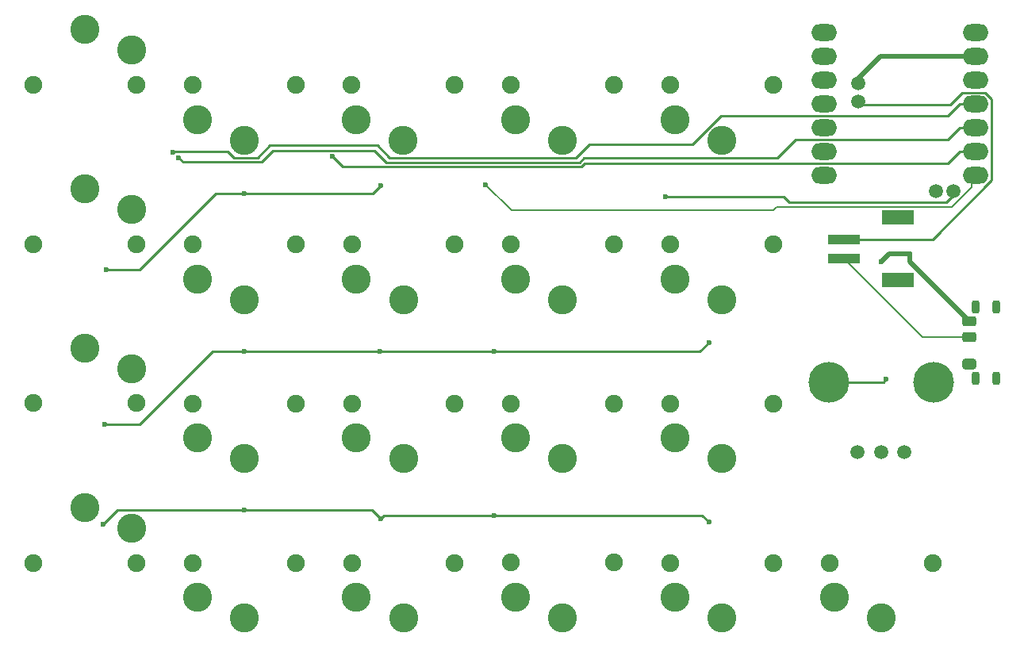
<source format=gbr>
%TF.GenerationSoftware,KiCad,Pcbnew,9.0.2*%
%TF.CreationDate,2025-12-03T23:59:17+09:00*%
%TF.ProjectId,FrostOrtho_L,46726f73-744f-4727-9468-6f5f4c2e6b69,rev?*%
%TF.SameCoordinates,Original*%
%TF.FileFunction,Copper,L1,Top*%
%TF.FilePolarity,Positive*%
%FSLAX46Y46*%
G04 Gerber Fmt 4.6, Leading zero omitted, Abs format (unit mm)*
G04 Created by KiCad (PCBNEW 9.0.2) date 2025-12-03 23:59:17*
%MOMM*%
%LPD*%
G01*
G04 APERTURE LIST*
G04 Aperture macros list*
%AMRoundRect*
0 Rectangle with rounded corners*
0 $1 Rounding radius*
0 $2 $3 $4 $5 $6 $7 $8 $9 X,Y pos of 4 corners*
0 Add a 4 corners polygon primitive as box body*
4,1,4,$2,$3,$4,$5,$6,$7,$8,$9,$2,$3,0*
0 Add four circle primitives for the rounded corners*
1,1,$1+$1,$2,$3*
1,1,$1+$1,$4,$5*
1,1,$1+$1,$6,$7*
1,1,$1+$1,$8,$9*
0 Add four rect primitives between the rounded corners*
20,1,$1+$1,$2,$3,$4,$5,0*
20,1,$1+$1,$4,$5,$6,$7,0*
20,1,$1+$1,$6,$7,$8,$9,0*
20,1,$1+$1,$8,$9,$2,$3,0*%
G04 Aperture macros list end*
%TA.AperFunction,WasherPad*%
%ADD10C,1.900000*%
%TD*%
%TA.AperFunction,WasherPad*%
%ADD11C,3.100000*%
%TD*%
%TA.AperFunction,SMDPad,CuDef*%
%ADD12R,3.500000X1.000000*%
%TD*%
%TA.AperFunction,SMDPad,CuDef*%
%ADD13R,3.400000X1.500000*%
%TD*%
%TA.AperFunction,ComponentPad*%
%ADD14O,2.750000X1.800000*%
%TD*%
%TA.AperFunction,ComponentPad*%
%ADD15C,1.500000*%
%TD*%
%TA.AperFunction,ComponentPad*%
%ADD16C,4.350000*%
%TD*%
%TA.AperFunction,SMDPad,CuDef*%
%ADD17RoundRect,0.200000X0.200000X-0.475000X0.200000X0.475000X-0.200000X0.475000X-0.200000X-0.475000X0*%
%TD*%
%TA.AperFunction,SMDPad,CuDef*%
%ADD18RoundRect,0.287500X0.467500X-0.287500X0.467500X0.287500X-0.467500X0.287500X-0.467500X-0.287500X0*%
%TD*%
%TA.AperFunction,SMDPad,CuDef*%
%ADD19RoundRect,0.262500X0.487500X-0.262500X0.487500X0.262500X-0.487500X0.262500X-0.487500X-0.262500X0*%
%TD*%
%TA.AperFunction,SMDPad,CuDef*%
%ADD20RoundRect,0.275000X0.475000X-0.275000X0.475000X0.275000X-0.475000X0.275000X-0.475000X-0.275000X0*%
%TD*%
%TA.AperFunction,ViaPad*%
%ADD21C,0.600000*%
%TD*%
%TA.AperFunction,Conductor*%
%ADD22C,0.250000*%
%TD*%
%TA.AperFunction,Conductor*%
%ADD23C,0.200000*%
%TD*%
%TA.AperFunction,Conductor*%
%ADD24C,0.500000*%
%TD*%
G04 APERTURE END LIST*
D10*
%TO.P,SW17,*%
%TO.N,*%
X106500000Y-28500000D03*
D11*
X107000000Y-32200000D03*
X112000000Y-34400000D03*
D10*
X117500000Y-28500000D03*
%TD*%
%TO.P,SW1,*%
%TO.N,*%
X49500000Y-28500000D03*
D11*
X49000000Y-24800000D03*
X44000000Y-22600000D03*
D10*
X38500000Y-28500000D03*
%TD*%
D12*
%TO.P,B1,1,+*%
%TO.N,Bat*%
X125000000Y-45000000D03*
%TO.P,B1,2,-*%
%TO.N,Net-(B1--)*%
X125000000Y-47000000D03*
D13*
%TO.P,B1,P1*%
%TO.N,N/C*%
X130750000Y-49350000D03*
%TO.P,B1,P2*%
X130750000Y-42650000D03*
%TD*%
D10*
%TO.P,SW15,*%
%TO.N,*%
X89500000Y-62500000D03*
D11*
X90000000Y-66200000D03*
X95000000Y-68400000D03*
D10*
X100500000Y-62500000D03*
%TD*%
%TO.P,SW14,*%
%TO.N,*%
X89500000Y-45500000D03*
D11*
X90000000Y-49200000D03*
X95000000Y-51400000D03*
D10*
X100500000Y-45500000D03*
%TD*%
%TO.P,SW8,*%
%TO.N,*%
X55500000Y-79500000D03*
D11*
X56000000Y-83200000D03*
X61000000Y-85400000D03*
D10*
X66500000Y-79500000D03*
%TD*%
D14*
%TO.P,U1,1,P0.02_A0_D0*%
%TO.N,RE_B*%
X122880000Y-22924000D03*
%TO.P,U1,2,P0.03_A1_D1*%
%TO.N,Row0*%
X122880000Y-25464000D03*
%TO.P,U1,3,P0.28_A2_D2*%
%TO.N,Row1*%
X122880000Y-28004000D03*
%TO.P,U1,4,P0.29_A3_D3*%
%TO.N,Row2*%
X122880000Y-30544000D03*
%TO.P,U1,5,P0.04_A4_D4_SDA*%
%TO.N,unconnected-(U1-P0.04_A4_D4_SDA-Pad5)*%
X122880000Y-33084000D03*
%TO.P,U1,6,P0.05_A5_D5_SCL*%
%TO.N,RE_A1*%
X122880000Y-35624000D03*
%TO.P,U1,7,P1.11_D6_TX*%
%TO.N,Row3*%
X122880000Y-38164000D03*
%TO.P,U1,8,P1.12_D7_RX*%
%TO.N,Col3*%
X139120000Y-38164000D03*
%TO.P,U1,9,P1.13_D8_SCK*%
%TO.N,Col2*%
X139120000Y-35624000D03*
%TO.P,U1,10,P1.14_D9_MISO*%
%TO.N,Col1*%
X139120000Y-33084000D03*
%TO.P,U1,11,P1.15_D10_MOSI*%
%TO.N,Col0*%
X139120000Y-30544000D03*
%TO.P,U1,12,3V3*%
%TO.N,unconnected-(U1-3V3-Pad12)*%
X139120000Y-28004000D03*
%TO.P,U1,13,GND*%
%TO.N,GND*%
X139120000Y-25464000D03*
%TO.P,U1,14,5V*%
%TO.N,VCC*%
X139120000Y-22924000D03*
D15*
%TO.P,U1,15,NFC1_0.09*%
%TO.N,Col5*%
X134835400Y-39856000D03*
%TO.P,U1,16,NFC2_0.10*%
%TO.N,Col4*%
X136715000Y-39856000D03*
%TO.P,U1,20,BATT+*%
%TO.N,Bat*%
X126555000Y-30227000D03*
%TO.P,U1,21,BATT-*%
%TO.N,GND*%
X126555000Y-28322000D03*
%TD*%
%TO.P,SW21,A1,A1*%
%TO.N,RE_A1*%
X126500000Y-67700000D03*
%TO.P,SW21,B1,B1*%
%TO.N,RE_B*%
X131500000Y-67700000D03*
%TO.P,SW21,C1,C1*%
%TO.N,GND*%
X129000000Y-67700000D03*
D16*
%TO.P,SW21,MH1,MH1*%
%TO.N,Net-(D21-A)*%
X123400000Y-60200000D03*
%TO.P,SW21,MH2,MH2*%
%TO.N,Col5*%
X134600000Y-60200000D03*
%TD*%
D10*
%TO.P,SW18,*%
%TO.N,*%
X106500000Y-45500000D03*
D11*
X107000000Y-49200000D03*
X112000000Y-51400000D03*
D10*
X117500000Y-45500000D03*
%TD*%
%TO.P,SW2,*%
%TO.N,*%
X49500000Y-45500000D03*
D11*
X49000000Y-41800000D03*
X44000000Y-39600000D03*
D10*
X38500000Y-45500000D03*
%TD*%
%TO.P,SW13,*%
%TO.N,*%
X89500000Y-28500000D03*
D11*
X90000000Y-32200000D03*
X95000000Y-34400000D03*
D10*
X100500000Y-28500000D03*
%TD*%
%TO.P,SW20,*%
%TO.N,*%
X106500000Y-79500000D03*
D11*
X107000000Y-83200000D03*
X112000000Y-85400000D03*
D10*
X117500000Y-79500000D03*
%TD*%
%TO.P,SW3,*%
%TO.N,*%
X49500000Y-62475000D03*
D11*
X49000000Y-58775000D03*
X44000000Y-56575000D03*
D10*
X38500000Y-62475000D03*
%TD*%
%TO.P,SW19,*%
%TO.N,*%
X106500000Y-62500000D03*
D11*
X107000000Y-66200000D03*
X112000000Y-68400000D03*
D10*
X117500000Y-62500000D03*
%TD*%
%TO.P,SW7,*%
%TO.N,*%
X55500000Y-62490000D03*
D11*
X56000000Y-66190000D03*
X61000000Y-68390000D03*
D10*
X66500000Y-62490000D03*
%TD*%
%TO.P,SW6,*%
%TO.N,*%
X55500000Y-45500000D03*
D11*
X56000000Y-49200000D03*
X61000000Y-51400000D03*
D10*
X66500000Y-45500000D03*
%TD*%
%TO.P,SW9,*%
%TO.N,*%
X72480000Y-28500000D03*
D11*
X72980000Y-32200000D03*
X77980000Y-34400000D03*
D10*
X83480000Y-28500000D03*
%TD*%
%TO.P,SW4,*%
%TO.N,*%
X49500000Y-79500000D03*
D11*
X49000000Y-75800000D03*
X44000000Y-73600000D03*
D10*
X38500000Y-79500000D03*
%TD*%
%TO.P,SW12,*%
%TO.N,*%
X72500000Y-79500000D03*
D11*
X73000000Y-83200000D03*
X78000000Y-85400000D03*
D10*
X83500000Y-79500000D03*
%TD*%
%TO.P,SW11,*%
%TO.N,*%
X72500000Y-62500000D03*
D11*
X73000000Y-66200000D03*
X78000000Y-68400000D03*
D10*
X83500000Y-62500000D03*
%TD*%
D17*
%TO.P,SW24,*%
%TO.N,*%
X141300000Y-52175000D03*
X139090000Y-52175000D03*
X141300000Y-59825000D03*
X139090000Y-59825000D03*
D18*
%TO.P,SW24,1,A*%
%TO.N,unconnected-(SW24-A-Pad1)*%
X138445000Y-58275000D03*
D19*
%TO.P,SW24,2,B*%
%TO.N,Net-(B1--)*%
X138440000Y-55425000D03*
D20*
%TO.P,SW24,3,C*%
%TO.N,GND*%
X138440000Y-53750000D03*
%TD*%
D10*
%TO.P,SW16,*%
%TO.N,*%
X89490000Y-79485000D03*
D11*
X89990000Y-83185000D03*
X94990000Y-85385000D03*
D10*
X100490000Y-79485000D03*
%TD*%
%TO.P,SW22,*%
%TO.N,*%
X123500000Y-79500000D03*
D11*
X124000000Y-83200000D03*
X129000000Y-85400000D03*
D10*
X134500000Y-79500000D03*
%TD*%
%TO.P,SW5,*%
%TO.N,*%
X55510000Y-28500000D03*
D11*
X56010000Y-32200000D03*
X61010000Y-34400000D03*
D10*
X66510000Y-28500000D03*
%TD*%
%TO.P,SW10,*%
%TO.N,*%
X72500000Y-45500000D03*
D11*
X73000000Y-49200000D03*
X78000000Y-51400000D03*
D10*
X83500000Y-45500000D03*
%TD*%
D21*
%TO.N,Row1*%
X46253800Y-48245300D03*
X61054300Y-40090000D03*
X75571400Y-39238400D03*
%TO.N,Row2*%
X61054300Y-56964700D03*
X75509000Y-56964700D03*
X46151700Y-64751200D03*
X110601600Y-55991000D03*
X87690700Y-56964700D03*
%TO.N,Row3*%
X87690700Y-74421000D03*
X110601600Y-75107400D03*
X75553900Y-74757100D03*
X45993800Y-75354400D03*
X61054300Y-73874700D03*
%TO.N,Net-(D21-A)*%
X129522100Y-59930100D03*
%TO.N,Col0*%
X53383700Y-35675000D03*
%TO.N,Col1*%
X54010400Y-36288100D03*
%TO.N,Col2*%
X70427000Y-36115300D03*
%TO.N,Col3*%
X86800000Y-39172300D03*
%TO.N,Col4*%
X106010600Y-40408700D03*
%TO.N,GND*%
X132089700Y-46550000D03*
X128997700Y-47380500D03*
%TD*%
D22*
%TO.N,Bat*%
X140821000Y-38671826D02*
X134492826Y-45000000D01*
X136386614Y-30613386D02*
X137682000Y-29318000D01*
X126555000Y-30227000D02*
X126555000Y-30234391D01*
X137682000Y-29318000D02*
X140102826Y-29318000D01*
X126933995Y-30613386D02*
X136386614Y-30613386D01*
X126555000Y-30234391D02*
X126933995Y-30613386D01*
X140821000Y-30036174D02*
X140821000Y-38671826D01*
X140102826Y-29318000D02*
X140821000Y-30036174D01*
X134492826Y-45000000D02*
X125000000Y-45000000D01*
D23*
%TO.N,Net-(B1--)*%
X138440000Y-55425000D02*
X133425000Y-55425000D01*
X133425000Y-55425000D02*
X125000000Y-47000000D01*
D22*
%TO.N,Row1*%
X49845500Y-48245300D02*
X46253800Y-48245300D01*
X61054300Y-40090000D02*
X74719800Y-40090000D01*
X58000800Y-40090000D02*
X49845500Y-48245300D01*
X61054300Y-40090000D02*
X58000800Y-40090000D01*
X74719800Y-40090000D02*
X75571400Y-39238400D01*
%TO.N,Row2*%
X49846600Y-64751200D02*
X46151700Y-64751200D01*
X57633100Y-56964700D02*
X49846600Y-64751200D01*
X75509000Y-56964700D02*
X87690700Y-56964700D01*
X61054300Y-56964700D02*
X57633100Y-56964700D01*
X109627900Y-56964700D02*
X110601600Y-55991000D01*
X87690700Y-56964700D02*
X109627900Y-56964700D01*
X75509000Y-56964700D02*
X61054300Y-56964700D01*
%TO.N,Row3*%
X74671500Y-73874700D02*
X61054300Y-73874700D01*
X75553900Y-74757100D02*
X75890000Y-74421000D01*
X109915200Y-74421000D02*
X110601600Y-75107400D01*
X61054300Y-73874700D02*
X47473500Y-73874700D01*
X75890000Y-74421000D02*
X87690700Y-74421000D01*
X47473500Y-73874700D02*
X45993800Y-75354400D01*
X87690700Y-74421000D02*
X109915200Y-74421000D01*
X75553900Y-74757100D02*
X74671500Y-73874700D01*
%TO.N,Net-(D21-A)*%
X129252200Y-60200000D02*
X129522100Y-59930100D01*
X123400000Y-60200000D02*
X129252200Y-60200000D01*
%TO.N,Col0*%
X59890100Y-36288100D02*
X62435000Y-36288100D01*
X111930300Y-31815600D02*
X136146700Y-31815600D01*
X76555300Y-36307200D02*
X96425000Y-36307200D01*
X138620000Y-30544000D02*
X137418300Y-30544000D01*
X63761500Y-34961600D02*
X75209700Y-34961600D01*
X62435000Y-36288100D02*
X63761500Y-34961600D01*
X75209700Y-34961600D02*
X76555300Y-36307200D01*
X96425000Y-36307200D02*
X97859300Y-34872900D01*
X53383700Y-35675000D02*
X53444000Y-35614700D01*
X108873000Y-34872900D02*
X111930300Y-31815600D01*
X53444000Y-35614700D02*
X59216700Y-35614700D01*
X97859300Y-34872900D02*
X108873000Y-34872900D01*
X59216700Y-35614700D02*
X59890100Y-36288100D01*
X136146700Y-31815600D02*
X137418300Y-30544000D01*
%TO.N,Col1*%
X76143400Y-36758900D02*
X74873000Y-35488500D01*
X97289000Y-36307200D02*
X96837300Y-36758900D01*
X64098600Y-35488500D02*
X62847300Y-36739800D01*
X117884600Y-36307200D02*
X97289000Y-36307200D01*
X119837800Y-34354000D02*
X117884600Y-36307200D01*
X54462100Y-36739800D02*
X54010400Y-36288100D01*
X136148300Y-34354000D02*
X119837800Y-34354000D01*
X62847300Y-36739800D02*
X54462100Y-36739800D01*
X138620000Y-33084000D02*
X137418300Y-33084000D01*
X74873000Y-35488500D02*
X64098600Y-35488500D01*
X137418300Y-33084000D02*
X136148300Y-34354000D01*
X96837300Y-36758900D02*
X76143400Y-36758900D01*
%TO.N,Col2*%
X136148300Y-36894000D02*
X137418300Y-35624000D01*
X97024400Y-37210600D02*
X97341000Y-36894000D01*
X71522300Y-37210600D02*
X97024400Y-37210600D01*
X70427000Y-36115300D02*
X71522300Y-37210600D01*
X138620000Y-35624000D02*
X137418300Y-35624000D01*
X97341000Y-36894000D02*
X136148300Y-36894000D01*
D23*
%TO.N,Col3*%
X117821000Y-41548942D02*
X117468942Y-41901000D01*
X138620000Y-38164000D02*
X138620000Y-39437339D01*
X89528700Y-41901000D02*
X86800000Y-39172300D01*
X117468942Y-41901000D02*
X89528700Y-41901000D01*
X136508397Y-41548942D02*
X117821000Y-41548942D01*
X138620000Y-39437339D02*
X136508397Y-41548942D01*
D22*
%TO.N,Col4*%
X118605100Y-40408700D02*
X106010600Y-40408700D01*
X136715000Y-40247100D02*
X135978600Y-40983500D01*
X136715000Y-39856000D02*
X136715000Y-40247100D01*
X119179900Y-40983500D02*
X118605100Y-40408700D01*
X135978600Y-40983500D02*
X119179900Y-40983500D01*
D24*
%TO.N,GND*%
X128997700Y-47380500D02*
X129828200Y-46550000D01*
X129828200Y-46550000D02*
X132089700Y-46550000D01*
X132089700Y-47399700D02*
X132089700Y-46550000D01*
X126479800Y-28246800D02*
X126479800Y-27906700D01*
X138440000Y-53750000D02*
X132089700Y-47399700D01*
X128922500Y-25464000D02*
X138620000Y-25464000D01*
X126479800Y-27906700D02*
X128922500Y-25464000D01*
X126555000Y-28322000D02*
X126479800Y-28246800D01*
%TD*%
M02*

</source>
